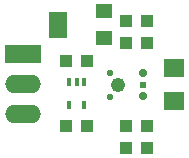
<source format=gtp>
G04 #@! TF.GenerationSoftware,KiCad,Pcbnew,(5.1.2)-1*
G04 #@! TF.CreationDate,2020-07-04T22:19:09+09:00*
G04 #@! TF.ProjectId,SPU0410LR5H,53505530-3431-4304-9c52-35482e6b6963,v1.1*
G04 #@! TF.SameCoordinates,Original*
G04 #@! TF.FileFunction,Paste,Top*
G04 #@! TF.FilePolarity,Positive*
%FSLAX46Y46*%
G04 Gerber Fmt 4.6, Leading zero omitted, Abs format (unit mm)*
G04 Created by KiCad (PCBNEW (5.1.2)-1) date 2020-07-04 22:19:09*
%MOMM*%
%LPD*%
G04 APERTURE LIST*
%ADD10R,1.399540X1.297940*%
%ADD11R,1.498600X2.298700*%
%ADD12R,3.048000X1.524000*%
%ADD13O,3.048000X1.524000*%
%ADD14C,0.562000*%
%ADD15C,0.723000*%
%ADD16C,1.224000*%
%ADD17C,0.612000*%
%ADD18R,1.049020X1.079500*%
%ADD19R,1.800000X1.600000*%
%ADD20R,0.400000X0.750000*%
G04 APERTURE END LIST*
D10*
X148799780Y-107588080D03*
D11*
X144951680Y-106440000D03*
D10*
X148799780Y-105291920D03*
D12*
X141920000Y-108880000D03*
D13*
X141920000Y-111420000D03*
X141920000Y-113960000D03*
D14*
X149366000Y-112515000D03*
X149366000Y-110485000D03*
D15*
X152103000Y-112466000D03*
X152103000Y-110534000D03*
D16*
X150000000Y-111500000D03*
D17*
X152103000Y-111500000D03*
D18*
X150690240Y-107990000D03*
X152437760Y-107990000D03*
D19*
X154760000Y-112860000D03*
X154760000Y-110060000D03*
D18*
X145600240Y-114990000D03*
X147347760Y-114990000D03*
X150706240Y-115030000D03*
X152453760Y-115030000D03*
X150690240Y-116850000D03*
X152437760Y-116850000D03*
X150692240Y-106120000D03*
X152439760Y-106120000D03*
X147379760Y-109530000D03*
X145632240Y-109530000D03*
D20*
X147150000Y-111310000D03*
X145850000Y-111310000D03*
X146500000Y-111310000D03*
X145850000Y-113210000D03*
X147150000Y-113210000D03*
M02*

</source>
